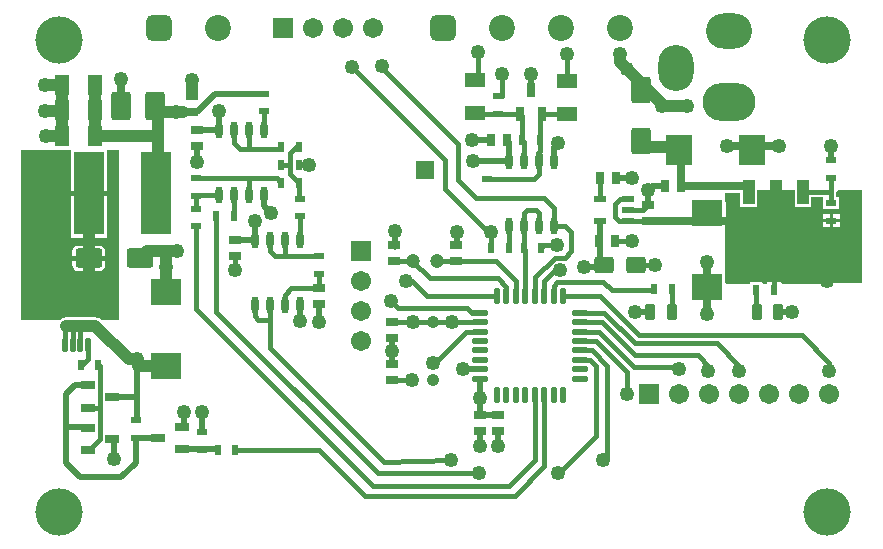
<source format=gtl>
G04*
G04 #@! TF.GenerationSoftware,Altium Limited,Altium Designer,18.1.1 (9)*
G04*
G04 Layer_Physical_Order=1*
G04 Layer_Color=255*
%FSLAX42Y42*%
%MOMM*%
G71*
G01*
G75*
%ADD12C,0.25*%
%ADD15O,0.55X1.40*%
%ADD16O,1.40X0.55*%
%ADD17R,3.25X2.15*%
%ADD18R,1.00X2.15*%
%ADD19R,1.00X0.60*%
%ADD20R,1.20X0.70*%
G04:AMPARAMS|DCode=21|XSize=1.22mm|YSize=0.45mm|CornerRadius=0.11mm|HoleSize=0mm|Usage=FLASHONLY|Rotation=270.000|XOffset=0mm|YOffset=0mm|HoleType=Round|Shape=RoundedRectangle|*
%AMROUNDEDRECTD21*
21,1,1.22,0.23,0,0,270.0*
21,1,1.00,0.45,0,0,270.0*
1,1,0.22,-0.11,-0.50*
1,1,0.22,-0.11,0.50*
1,1,0.22,0.11,0.50*
1,1,0.22,0.11,-0.50*
%
%ADD21ROUNDEDRECTD21*%
%ADD22O,0.60X1.45*%
%ADD23R,1.75X1.25*%
%ADD24R,0.95X0.60*%
%ADD25R,0.60X0.95*%
G04:AMPARAMS|DCode=26|XSize=0.86mm|YSize=1.35mm|CornerRadius=0.22mm|HoleSize=0mm|Usage=FLASHONLY|Rotation=0.000|XOffset=0mm|YOffset=0mm|HoleType=Round|Shape=RoundedRectangle|*
%AMROUNDEDRECTD26*
21,1,0.86,0.91,0,0,0.0*
21,1,0.42,1.35,0,0,0.0*
1,1,0.44,0.21,-0.46*
1,1,0.44,-0.21,-0.46*
1,1,0.44,-0.21,0.46*
1,1,0.44,0.21,0.46*
%
%ADD26ROUNDEDRECTD26*%
G04:AMPARAMS|DCode=27|XSize=2.27mm|YSize=1.65mm|CornerRadius=0.25mm|HoleSize=0mm|Usage=FLASHONLY|Rotation=180.000|XOffset=0mm|YOffset=0mm|HoleType=Round|Shape=RoundedRectangle|*
%AMROUNDEDRECTD27*
21,1,2.27,1.16,0,0,180.0*
21,1,1.78,1.65,0,0,180.0*
1,1,0.50,-0.89,0.58*
1,1,0.50,0.89,0.58*
1,1,0.50,0.89,-0.58*
1,1,0.50,-0.89,-0.58*
%
%ADD27ROUNDEDRECTD27*%
G04:AMPARAMS|DCode=28|XSize=2.27mm|YSize=1.65mm|CornerRadius=0.25mm|HoleSize=0mm|Usage=FLASHONLY|Rotation=270.000|XOffset=0mm|YOffset=0mm|HoleType=Round|Shape=RoundedRectangle|*
%AMROUNDEDRECTD28*
21,1,2.27,1.16,0,0,270.0*
21,1,1.78,1.65,0,0,270.0*
1,1,0.50,-0.58,-0.89*
1,1,0.50,-0.58,0.89*
1,1,0.50,0.58,0.89*
1,1,0.50,0.58,-0.89*
%
%ADD28ROUNDEDRECTD28*%
%ADD29R,1.30X1.80*%
%ADD30R,1.00X0.80*%
%ADD31R,0.80X1.00*%
%ADD32R,2.60X7.00*%
G04:AMPARAMS|DCode=33|XSize=2.26mm|YSize=2.62mm|CornerRadius=0.25mm|HoleSize=0mm|Usage=FLASHONLY|Rotation=0.000|XOffset=0mm|YOffset=0mm|HoleType=Round|Shape=RoundedRectangle|*
%AMROUNDEDRECTD33*
21,1,2.26,2.12,0,0,0.0*
21,1,1.76,2.62,0,0,0.0*
1,1,0.50,0.88,-1.06*
1,1,0.50,-0.88,-1.06*
1,1,0.50,-0.88,1.06*
1,1,0.50,0.88,1.06*
%
%ADD33ROUNDEDRECTD33*%
%ADD34R,0.70X1.20*%
G04:AMPARAMS|DCode=35|XSize=2.26mm|YSize=2.62mm|CornerRadius=0.25mm|HoleSize=0mm|Usage=FLASHONLY|Rotation=90.000|XOffset=0mm|YOffset=0mm|HoleType=Round|Shape=RoundedRectangle|*
%AMROUNDEDRECTD35*
21,1,2.26,2.12,0,0,90.0*
21,1,1.76,2.62,0,0,90.0*
1,1,0.50,1.06,0.88*
1,1,0.50,1.06,-0.88*
1,1,0.50,-1.06,-0.88*
1,1,0.50,-1.06,0.88*
%
%ADD35ROUNDEDRECTD35*%
G04:AMPARAMS|DCode=36|XSize=1.66mm|YSize=1.42mm|CornerRadius=0.25mm|HoleSize=0mm|Usage=FLASHONLY|Rotation=0.000|XOffset=0mm|YOffset=0mm|HoleType=Round|Shape=RoundedRectangle|*
%AMROUNDEDRECTD36*
21,1,1.66,0.92,0,0,0.0*
21,1,1.16,1.42,0,0,0.0*
1,1,0.50,0.58,-0.46*
1,1,0.50,-0.58,-0.46*
1,1,0.50,-0.58,0.46*
1,1,0.50,0.58,0.46*
%
%ADD36ROUNDEDRECTD36*%
%ADD37R,1.50X1.50*%
G04:AMPARAMS|DCode=38|XSize=1.66mm|YSize=2.42mm|CornerRadius=0.25mm|HoleSize=0mm|Usage=FLASHONLY|Rotation=0.000|XOffset=0mm|YOffset=0mm|HoleType=Round|Shape=RoundedRectangle|*
%AMROUNDEDRECTD38*
21,1,1.66,1.92,0,0,0.0*
21,1,1.16,2.42,0,0,0.0*
1,1,0.50,0.58,-0.96*
1,1,0.50,-0.58,-0.96*
1,1,0.50,-0.58,0.96*
1,1,0.50,0.58,0.96*
%
%ADD38ROUNDEDRECTD38*%
G04:AMPARAMS|DCode=39|XSize=1.66mm|YSize=2.4mm|CornerRadius=0.25mm|HoleSize=0mm|Usage=FLASHONLY|Rotation=180.000|XOffset=0mm|YOffset=0mm|HoleType=Round|Shape=RoundedRectangle|*
%AMROUNDEDRECTD39*
21,1,1.66,1.90,0,0,180.0*
21,1,1.16,2.40,0,0,180.0*
1,1,0.50,-0.58,0.95*
1,1,0.50,0.58,0.95*
1,1,0.50,0.58,-0.95*
1,1,0.50,-0.58,-0.95*
%
%ADD39ROUNDEDRECTD39*%
%ADD77C,0.40*%
%ADD78C,0.50*%
%ADD79C,1.00*%
%ADD80C,0.70*%
%ADD81C,1.06*%
%ADD82R,1.71X1.71*%
%ADD83C,1.71*%
%ADD84R,1.71X1.71*%
%ADD85O,3.90X3.00*%
%ADD86O,3.00X3.90*%
%ADD87O,4.50X3.20*%
%ADD88C,1.20*%
G04:AMPARAMS|DCode=89|XSize=2.2mm|YSize=2.2mm|CornerRadius=0.55mm|HoleSize=0mm|Usage=FLASHONLY|Rotation=0.000|XOffset=0mm|YOffset=0mm|HoleType=Round|Shape=RoundedRectangle|*
%AMROUNDEDRECTD89*
21,1,2.20,1.10,0,0,0.0*
21,1,1.10,2.20,0,0,0.0*
1,1,1.10,0.55,-0.55*
1,1,1.10,-0.55,-0.55*
1,1,1.10,-0.55,0.55*
1,1,1.10,0.55,0.55*
%
%ADD89ROUNDEDRECTD89*%
%ADD90C,2.20*%
%ADD91C,4.00*%
%ADD92C,1.25*%
G36*
X1010Y2130D02*
X860D01*
X845Y2141D01*
X828Y2148D01*
X810Y2151D01*
X560D01*
X542Y2148D01*
X525Y2141D01*
X510Y2130D01*
X180D01*
Y3570D01*
X603D01*
Y3220D01*
X912D01*
Y3570D01*
X1010D01*
Y2130D01*
D02*
G37*
G36*
X6730Y3229D02*
Y3085D01*
X6870D01*
Y3172D01*
X6948D01*
X6972Y3170D01*
Y3070D01*
X7107D01*
Y3170D01*
X7081D01*
Y3204D01*
X7096Y3229D01*
X7300D01*
Y2443D01*
X6628Y2435D01*
X6610Y2453D01*
Y2453D01*
X6500D01*
Y2434D01*
X6469Y2434D01*
X6455Y2448D01*
Y2448D01*
X6355D01*
Y2432D01*
X6160Y2430D01*
X6142Y2448D01*
Y2496D01*
X6140Y2505D01*
X6140Y2920D01*
X6143Y2925D01*
X6147Y2944D01*
Y3121D01*
X6143Y3140D01*
X6140Y3145D01*
Y3204D01*
X6270D01*
Y3085D01*
X6410D01*
Y3229D01*
X6730Y3229D01*
D02*
G37*
%LPC*%
G36*
X912Y3180D02*
X778D01*
Y2825D01*
X912D01*
Y3180D01*
D02*
G37*
G36*
X738D02*
X603D01*
Y2825D01*
X738D01*
Y3180D01*
D02*
G37*
G36*
X842Y2758D02*
X774D01*
Y2670D01*
X893D01*
Y2708D01*
X889Y2727D01*
X878Y2744D01*
X862Y2755D01*
X842Y2758D01*
D02*
G37*
G36*
X734D02*
X665D01*
X645Y2755D01*
X629Y2744D01*
X618Y2727D01*
X614Y2708D01*
Y2670D01*
X734D01*
Y2758D01*
D02*
G37*
G36*
X893Y2630D02*
X774D01*
Y2542D01*
X842D01*
X862Y2545D01*
X878Y2556D01*
X889Y2573D01*
X893Y2592D01*
Y2630D01*
D02*
G37*
G36*
X734D02*
X614D01*
Y2592D01*
X618Y2573D01*
X629Y2556D01*
X645Y2545D01*
X665Y2542D01*
X734D01*
Y2630D01*
D02*
G37*
G36*
X7113Y3025D02*
X7053D01*
Y2983D01*
X7113D01*
Y3025D01*
D02*
G37*
G36*
X7027D02*
X6967D01*
Y2983D01*
X7027D01*
Y3025D01*
D02*
G37*
G36*
X7113Y2957D02*
X7053D01*
Y2915D01*
X7113D01*
Y2957D01*
D02*
G37*
G36*
X7027D02*
X6967D01*
Y2915D01*
X7027D01*
Y2957D01*
D02*
G37*
%LPD*%
D12*
X845Y1385D02*
X850Y1390D01*
X835Y1750D02*
X850Y1735D01*
X748Y1025D02*
X755D01*
X1160Y1730D02*
X1170Y1740D01*
X7038Y3212D02*
X7040Y3210D01*
X5747Y3600D02*
X5767Y3580D01*
X6292Y3260D02*
X6340Y3212D01*
X685Y1750D02*
X700D01*
X660Y2110D02*
X682Y2088D01*
X618Y2067D02*
X660Y2110D01*
X553Y2073D02*
X560Y2080D01*
X2540Y3005D02*
X2541Y3005D01*
D15*
X4210Y2330D02*
D03*
X4290D02*
D03*
X4370D02*
D03*
X4450D02*
D03*
X4530D02*
D03*
X4610D02*
D03*
X4690D02*
D03*
X4770D02*
D03*
Y1490D02*
D03*
X4690D02*
D03*
X4610D02*
D03*
X4530D02*
D03*
X4450D02*
D03*
X4370D02*
D03*
X4290D02*
D03*
X4210D02*
D03*
D16*
X4910Y2190D02*
D03*
Y2110D02*
D03*
Y2030D02*
D03*
Y1950D02*
D03*
Y1870D02*
D03*
Y1790D02*
D03*
Y1710D02*
D03*
Y1630D02*
D03*
X4070D02*
D03*
Y1710D02*
D03*
Y1790D02*
D03*
Y1870D02*
D03*
Y1950D02*
D03*
Y2030D02*
D03*
Y2110D02*
D03*
Y2190D02*
D03*
D17*
X6570Y2627D02*
D03*
D18*
X6340Y3212D02*
D03*
X6570D02*
D03*
X6800D02*
D03*
D19*
X5320Y2965D02*
D03*
Y3060D02*
D03*
Y3155D02*
D03*
X5080D02*
D03*
Y2965D02*
D03*
D20*
X748Y1215D02*
D03*
Y1025D02*
D03*
X952Y1120D02*
D03*
X748Y1575D02*
D03*
Y1385D02*
D03*
X952Y1480D02*
D03*
X1542Y1035D02*
D03*
Y1225D02*
D03*
X1338Y1130D02*
D03*
D21*
X553Y1918D02*
D03*
X618D02*
D03*
X682D02*
D03*
X747D02*
D03*
Y2342D02*
D03*
X682D02*
D03*
X618D02*
D03*
X553D02*
D03*
D22*
X1859Y3188D02*
D03*
X1986D02*
D03*
X2114D02*
D03*
X2241D02*
D03*
X1859Y3733D02*
D03*
X1986D02*
D03*
X2114D02*
D03*
X2241D02*
D03*
X2159Y2258D02*
D03*
X2286D02*
D03*
X2414D02*
D03*
X2541D02*
D03*
X2159Y2802D02*
D03*
X2286D02*
D03*
X2414D02*
D03*
X2541D02*
D03*
X4310Y2927D02*
D03*
X4437D02*
D03*
X4563D02*
D03*
X4690D02*
D03*
X4310Y3472D02*
D03*
X4437D02*
D03*
X4563D02*
D03*
X4690D02*
D03*
D23*
X4800Y4155D02*
D03*
Y3875D02*
D03*
X4020Y4160D02*
D03*
Y3880D02*
D03*
D24*
X2240Y4045D02*
D03*
Y3895D02*
D03*
X2540Y3005D02*
D03*
Y3155D02*
D03*
X2700Y2520D02*
D03*
Y2670D02*
D03*
X1150Y1280D02*
D03*
Y1130D02*
D03*
X1710Y1180D02*
D03*
Y1030D02*
D03*
X1660Y3180D02*
D03*
Y3330D02*
D03*
Y2920D02*
D03*
Y3070D02*
D03*
X7040Y2970D02*
D03*
Y3120D02*
D03*
Y3330D02*
D03*
Y3480D02*
D03*
X4125Y3475D02*
D03*
Y3325D02*
D03*
X4220Y4025D02*
D03*
Y3875D02*
D03*
D25*
X2530Y3590D02*
D03*
X2380D02*
D03*
X2535Y3440D02*
D03*
X2385D02*
D03*
X835Y1750D02*
D03*
X685D02*
D03*
X1980Y3010D02*
D03*
X1830D02*
D03*
X2385Y3290D02*
D03*
X2535D02*
D03*
X1995Y1030D02*
D03*
X1845D02*
D03*
X5690Y2390D02*
D03*
X5540D02*
D03*
X6405Y2380D02*
D03*
X6555D02*
D03*
X4310Y2740D02*
D03*
X4160D02*
D03*
X4435D02*
D03*
X4585D02*
D03*
X4575Y3650D02*
D03*
X4425D02*
D03*
D26*
X5694Y2200D02*
D03*
X5506D02*
D03*
X6407D02*
D03*
X6593D02*
D03*
D27*
X753Y2650D02*
D03*
X1186D02*
D03*
D28*
X5430Y3644D02*
D03*
Y4076D02*
D03*
D29*
X530Y3690D02*
D03*
X810D02*
D03*
X530Y3910D02*
D03*
X810D02*
D03*
X530Y4120D02*
D03*
X810D02*
D03*
D30*
X1670Y3735D02*
D03*
Y3600D02*
D03*
X1630Y4028D02*
D03*
Y3892D02*
D03*
X1990Y2805D02*
D03*
Y2670D02*
D03*
X2700Y2260D02*
D03*
Y2395D02*
D03*
X5490Y3100D02*
D03*
Y2965D02*
D03*
X4070Y1190D02*
D03*
Y1325D02*
D03*
X4220Y1190D02*
D03*
Y1325D02*
D03*
X3320Y1620D02*
D03*
Y1755D02*
D03*
Y2108D02*
D03*
Y1973D02*
D03*
X3860Y2630D02*
D03*
Y2765D02*
D03*
X3340Y2630D02*
D03*
Y2765D02*
D03*
D31*
X5215Y3330D02*
D03*
X5080D02*
D03*
X5210Y2800D02*
D03*
X5075D02*
D03*
X4297Y3650D02*
D03*
X4162D02*
D03*
X5633Y3260D02*
D03*
X5767D02*
D03*
D32*
X757Y3200D02*
D03*
X1320D02*
D03*
D33*
X6372Y3570D02*
D03*
X5747D02*
D03*
D34*
X4500Y4075D02*
D03*
X4405Y3872D02*
D03*
X4595D02*
D03*
D35*
X5990Y3033D02*
D03*
Y2408D02*
D03*
X1410Y2365D02*
D03*
Y1740D02*
D03*
D36*
X5383Y2590D02*
D03*
X5117D02*
D03*
D37*
X3600Y3400D02*
D03*
D38*
X1318Y3940D02*
D03*
D39*
X1023D02*
D03*
D77*
X850Y1390D02*
Y1735D01*
Y1120D02*
Y1390D01*
X748Y1385D02*
X845D01*
X755Y1025D02*
X850Y1120D01*
X7040Y3210D02*
Y3330D01*
Y3120D02*
Y3210D01*
X6800Y3212D02*
X7038D01*
X6790Y2000D02*
X7024Y1766D01*
X5410Y2000D02*
X6790D01*
X5080Y2330D02*
X5410Y2000D01*
X747Y1798D02*
Y1918D01*
X700Y1750D02*
X747Y1798D01*
X682Y1918D02*
Y2088D01*
X618Y1918D02*
Y2067D01*
X553Y1918D02*
Y2073D01*
X747Y2460D02*
Y2483D01*
X745Y2458D02*
X747Y2460D01*
X682Y2342D02*
Y2458D01*
X618Y2342D02*
Y2458D01*
X747Y2342D02*
Y2460D01*
X682Y2458D02*
X745D01*
X618D02*
X682D01*
X553D02*
X618D01*
X553Y2342D02*
Y2458D01*
X685Y1750D02*
X688Y1752D01*
X2286Y2130D02*
Y2258D01*
Y1893D02*
Y2130D01*
X2190D02*
X2286D01*
X2159Y2160D02*
X2190Y2130D01*
X7024Y1700D02*
Y1766D01*
X6070Y1930D02*
X6262Y1738D01*
Y1700D02*
Y1738D01*
X3320Y2108D02*
X4067D01*
X3670Y1750D02*
X3950Y2030D01*
X4000Y2190D02*
X4070D01*
X3960Y2230D02*
X4000Y2190D01*
X3370Y2230D02*
X3960D01*
X5310Y1500D02*
Y1690D01*
X5050Y1950D02*
X5310Y1690D01*
X4910Y1950D02*
X5050D01*
X4910Y1870D02*
X5010D01*
X4910Y1790D02*
X5000D01*
X5370Y1730D02*
X5754D01*
X5910Y1830D02*
X6008Y1732D01*
X5380Y1830D02*
X5910D01*
X5380Y1930D02*
X6070D01*
X5010Y1870D02*
X5140Y1740D01*
Y970D02*
Y1740D01*
X5110Y940D02*
X5140Y970D01*
X3200Y830D02*
X4060D01*
X1830Y2200D02*
X3200Y830D01*
X1830Y2200D02*
Y3010D01*
X3160Y720D02*
X4310D01*
X1660Y2220D02*
X3160Y720D01*
X1660Y2220D02*
Y2920D01*
X3234Y4266D02*
Y4274D01*
Y4266D02*
X3880Y3620D01*
X4160Y2850D02*
X4170Y2860D01*
X3770Y3240D02*
X4150Y2860D01*
X4160Y2850D01*
X2984Y4270D02*
X3770Y3484D01*
Y3240D02*
Y3484D01*
X3440Y2458D02*
X3490D01*
X3310Y2290D02*
X3370Y2230D01*
X3618Y2330D02*
X4210D01*
X3490Y2458D02*
X3618Y2330D01*
X4800Y4155D02*
Y4380D01*
X4787Y2657D02*
X4840Y2710D01*
X4697Y2657D02*
X4787D01*
X4530Y2490D02*
X4697Y2657D01*
X4840Y2710D02*
Y2870D01*
X5180Y2380D02*
X5540D01*
X4785Y2450D02*
X5110D01*
X4782Y2448D02*
X4785Y2450D01*
X4717Y2448D02*
X4782D01*
X4690Y2420D02*
X4717Y2448D01*
X4605Y2760D02*
X4720D01*
X4585Y2740D02*
X4605Y2760D01*
X5110Y2450D02*
X5180Y2380D01*
X5120Y2190D02*
X5380Y1930D01*
X4910Y2190D02*
X5120D01*
X4770Y2330D02*
X5080D01*
X3490Y2630D02*
X3640Y2480D01*
X3340Y2630D02*
X3490D01*
X4030Y3160D02*
X4610D01*
X3880Y3310D02*
X4030Y3160D01*
X3880Y3310D02*
Y3620D01*
Y3620D01*
X4160Y2740D02*
Y2850D01*
Y2870D01*
X4700Y2550D02*
X4740D01*
X4610Y2460D02*
X4700Y2550D01*
X4610Y2330D02*
Y2460D01*
X4435Y2740D02*
X4450Y2725D01*
Y2330D02*
Y2725D01*
X3860Y2630D02*
X4200D01*
X3700D02*
X3860D01*
X4370Y2330D02*
Y2460D01*
X4200Y2630D02*
X4370Y2460D01*
X2541Y2802D02*
Y3005D01*
X2345Y3330D02*
X2385Y3290D01*
X1660Y3330D02*
X2345D01*
X3870Y2875D02*
X3885Y2890D01*
X3870Y2905D02*
X3885Y2890D01*
X3350Y2895D02*
X3365Y2880D01*
X3350D02*
X3365D01*
X3090Y640D02*
X4360D01*
X2241Y3733D02*
Y3895D01*
X1670Y3735D02*
X1673Y3733D01*
X5372Y2590D02*
X5550D01*
X5210Y2800D02*
X5350D01*
X2120Y3580D02*
X2380D01*
X2030D02*
X2120D01*
X2114Y3587D02*
X2120Y3580D01*
X2114Y3587D02*
Y3733D01*
X1995Y1030D02*
X2700D01*
X3090Y640D01*
X1340Y4590D02*
X1350Y4600D01*
X755Y3198D02*
X757Y3200D01*
X1840Y1035D02*
X1845Y1030D01*
X730Y1575D02*
X735D01*
X4360Y640D02*
X4610Y890D01*
Y1490D01*
X4310Y720D02*
X4530Y940D01*
X1990Y2550D02*
Y2670D01*
X3250Y930D02*
X3820Y940D01*
X2286Y1893D02*
X3250Y930D01*
X4530Y940D02*
Y1490D01*
X4740Y840D02*
X5050Y1150D01*
X1980Y3181D02*
X1986Y3188D01*
X1980Y3010D02*
Y3181D01*
X2159Y2160D02*
Y2258D01*
X2465Y2395D02*
X2700D01*
X2414Y2343D02*
X2465Y2395D01*
X2414Y2258D02*
Y2343D01*
X2700Y2395D02*
Y2520D01*
X2410Y2670D02*
X2700D01*
X2330D02*
X2410D01*
X2414Y2674D01*
Y2802D01*
X2286Y2714D02*
X2330Y2670D01*
X2286Y2714D02*
Y2802D01*
X2159Y2969D02*
X2160Y2970D01*
X1990Y2805D02*
X1992Y2802D01*
X1660Y3070D02*
Y3180D01*
X1667Y3188D01*
X1859D01*
X2114D02*
Y3310D01*
X2460Y3440D02*
Y3540D01*
Y3365D02*
Y3440D01*
X2385D02*
X2460D01*
X2535Y3160D02*
X2540Y3155D01*
X2535Y3160D02*
Y3290D01*
X2460Y3365D02*
X2535Y3290D01*
X2460Y3540D02*
X2510Y3590D01*
X2530D01*
X1986Y3624D02*
X2030Y3580D01*
X1986Y3624D02*
Y3733D01*
X4610Y3160D02*
X4690Y3080D01*
Y2927D02*
Y3080D01*
X4783Y2927D02*
X4840Y2870D01*
X4690Y2927D02*
X4783D01*
X4530Y2330D02*
Y2490D01*
X3060Y2204D02*
X3074Y2190D01*
X6555Y2380D02*
Y3212D01*
X6405Y2201D02*
X6407Y2200D01*
X6405Y2201D02*
Y2380D01*
X5690Y2203D02*
X5694Y2200D01*
X5690Y2203D02*
Y2390D01*
X5070Y2030D02*
X5370Y1730D01*
X5100Y2110D02*
X5380Y1830D01*
X5050Y1150D02*
Y1740D01*
X5000Y1790D02*
X5050Y1740D01*
X4690Y2330D02*
Y2420D01*
X4910Y2110D02*
X5100D01*
X4910Y2030D02*
X5070D01*
X3320Y1620D02*
X3490D01*
X3950Y2030D02*
X4070D01*
X4067Y2108D02*
X4070Y2110D01*
X4290Y2330D02*
Y2410D01*
X4220Y2480D02*
X4290Y2410D01*
X3640Y2480D02*
X4220D01*
X4563Y2927D02*
Y3036D01*
X4540Y3060D02*
X4563Y3036D01*
X4460Y3060D02*
X4540D01*
X4437Y3036D02*
X4460Y3060D01*
X4437Y2927D02*
Y3036D01*
X4435Y2926D02*
X4437Y2927D01*
X4435Y2740D02*
Y2926D01*
X4310Y2927D02*
X4310Y2927D01*
Y2740D02*
Y2927D01*
X5080Y3155D02*
Y3330D01*
X5450Y3060D02*
X5490Y3100D01*
X5320Y3060D02*
X5450D01*
X5320Y2965D02*
X5490D01*
X5245D02*
X5320D01*
X5210Y3000D02*
X5245Y2965D01*
X5210Y3000D02*
Y3110D01*
X5255Y3155D01*
X5320D01*
X4050Y4155D02*
Y4400D01*
X4250Y4025D02*
Y4210D01*
X4797Y3872D02*
X4800Y3875D01*
X4595Y3872D02*
X4797D01*
X4053D02*
X4405D01*
X4050Y3875D02*
X4053Y3872D01*
X4575Y3555D02*
Y3650D01*
X4560Y3540D02*
X4575Y3555D01*
Y3484D02*
Y3526D01*
X4560Y3540D02*
X4575Y3526D01*
X4563Y3472D02*
X4575Y3484D01*
Y3650D02*
Y3852D01*
X4595Y3872D01*
X4425Y3650D02*
X4437Y3638D01*
Y3472D02*
Y3638D01*
X4405Y3872D02*
X4425Y3852D01*
Y3650D02*
Y3852D01*
X4125Y3325D02*
X4525D01*
X4563Y3363D01*
Y3472D01*
D78*
X1030Y800D02*
X1150Y920D01*
X680Y800D02*
X1030D01*
X1150Y920D02*
Y1130D01*
X1160Y1730D02*
Y1800D01*
Y1290D02*
Y1480D01*
Y1730D01*
X5990Y2170D02*
Y2180D01*
X7040Y3480D02*
Y3580D01*
X5490Y3230D02*
X5520Y3260D01*
X5633D01*
X2700Y2110D02*
Y2260D01*
X5080Y2638D02*
Y2965D01*
X970Y1480D02*
X1160D01*
X1150Y1280D02*
X1160Y1290D01*
X1550Y3890D02*
X1673Y3892D01*
X1825Y4045D02*
X2240D01*
X1673Y3892D02*
X1825Y4045D01*
X3920Y1710D02*
X4070D01*
X2535Y3440D02*
X2620D01*
X4690Y3590D02*
X4730Y3630D01*
X4690Y3472D02*
Y3590D01*
X2241Y3090D02*
X2300Y3030D01*
X2241Y3090D02*
Y3188D01*
X2541Y2120D02*
Y2258D01*
X3870Y2760D02*
Y2905D01*
X3350Y2750D02*
Y2895D01*
X4070Y1060D02*
Y1190D01*
X4220Y1060D02*
Y1190D01*
X1859Y3733D02*
Y3899D01*
X1670Y3470D02*
Y3600D01*
X1673Y3733D02*
X1859D01*
X970Y950D02*
Y1120D01*
X1710Y1180D02*
Y1350D01*
X1560Y1225D02*
Y1350D01*
X5215Y3330D02*
X5350D01*
X5490Y3100D02*
Y3230D01*
X4070Y1470D02*
Y1630D01*
Y1325D02*
Y1470D01*
X1560Y1035D02*
X1840D01*
X1150Y1130D02*
X1320D01*
X560Y920D02*
X680Y800D01*
X560Y920D02*
Y1220D01*
Y1500D01*
Y1220D02*
X730D01*
X560Y1500D02*
X635Y1575D01*
X730D01*
X2159Y2802D02*
Y2969D01*
X1992Y2802D02*
X2159D01*
X3320Y1755D02*
Y1973D01*
X4000Y3650D02*
X4162D01*
X4005Y3475D02*
X4125D01*
X5117Y2580D02*
X5128Y2590D01*
X4950Y2580D02*
X5117D01*
X6593Y2200D02*
X6710D01*
X5380D02*
X5506D01*
X4070Y1325D02*
X4220D01*
X5075Y2960D02*
X5080Y2965D01*
X4125Y3475D02*
X4128Y3472D01*
X4310D01*
X4297Y3650D02*
X4310Y3638D01*
Y3472D02*
Y3638D01*
X5080Y2638D02*
X5128Y2590D01*
X4500Y4075D02*
Y4210D01*
D79*
X5610Y3940D02*
X5620D01*
X5610D02*
X5820D01*
X5250Y4310D02*
X5620Y3940D01*
X1247Y2710D02*
X1500D01*
X1186Y2650D02*
X1247Y2710D01*
X1410Y2365D02*
Y2650D01*
X1090Y1800D02*
X1160D01*
X810Y2080D02*
X1090Y1800D01*
X1170Y1740D02*
X1410D01*
X560Y2080D02*
X810D01*
X755Y2548D02*
Y3198D01*
X390Y3690D02*
X530D01*
X380Y3900D02*
X520D01*
X530Y3910D01*
X400Y4120D02*
X530D01*
Y3910D02*
Y4120D01*
Y3690D02*
Y3910D01*
X1340Y3690D02*
Y3892D01*
Y3480D02*
Y3690D01*
X810D02*
X1340D01*
X810Y3910D02*
Y4120D01*
Y3690D02*
Y3910D01*
X1491Y3892D02*
X1550Y3890D01*
X1340Y3892D02*
X1491D01*
X1630Y4060D02*
Y4150D01*
X5483Y3590D02*
X5745D01*
X5430Y3644D02*
X5483Y3590D01*
X5250Y4310D02*
Y4380D01*
D80*
X1470Y2710D02*
X1500D01*
X1410Y2650D02*
X1470Y2710D01*
X6372Y3600D02*
X6580D01*
X6170D02*
X6372D01*
X5990Y2180D02*
Y2408D01*
Y2610D01*
X5767Y3260D02*
Y3580D01*
Y3260D02*
X6292D01*
X747Y2483D02*
Y2540D01*
X1023Y3940D02*
Y4172D01*
X5490Y2965D02*
X6880D01*
D81*
X3670Y2108D02*
D03*
Y1620D02*
D03*
D82*
X5500Y1500D02*
D03*
X2400Y4600D02*
D03*
D83*
X5754Y1500D02*
D03*
X6008D02*
D03*
X6262D02*
D03*
X6516D02*
D03*
X6770D02*
D03*
X7024D02*
D03*
X3162Y4600D02*
D03*
X2908D02*
D03*
X2654D02*
D03*
X3060Y1950D02*
D03*
Y2204D02*
D03*
Y2458D02*
D03*
D84*
Y2712D02*
D03*
D85*
X6175Y4575D02*
D03*
D86*
X5725Y4260D02*
D03*
D87*
X6175Y3970D02*
D03*
D88*
X3700Y2630D02*
D03*
X3500D02*
D03*
D89*
X3750Y4600D02*
D03*
X1350D02*
D03*
D90*
X5250D02*
D03*
X4750D02*
D03*
X4250D02*
D03*
X1850D02*
D03*
D91*
X7000Y500D02*
D03*
X500D02*
D03*
X7000Y4500D02*
D03*
X500D02*
D03*
D92*
X5610Y3940D02*
D03*
X7000Y2460D02*
D03*
X1410Y2580D02*
D03*
X1500Y2710D02*
D03*
X1160Y1800D02*
D03*
X6600Y3600D02*
D03*
X6160D02*
D03*
X5990Y2620D02*
D03*
Y2180D02*
D03*
X7040Y3600D02*
D03*
X7000Y2630D02*
D03*
X1023Y4172D02*
D03*
X5310Y4250D02*
D03*
X2700Y2110D02*
D03*
X390Y3690D02*
D03*
X380Y3900D02*
D03*
Y4120D02*
D03*
X7024Y1700D02*
D03*
X6262D02*
D03*
X5754Y1710D02*
D03*
X6000Y1700D02*
D03*
X3600Y3380D02*
D03*
X3500Y2110D02*
D03*
X3490Y1620D02*
D03*
X3670Y1760D02*
D03*
X3830Y2110D02*
D03*
X5310Y1500D02*
D03*
X1491Y3892D02*
D03*
X3240Y4280D02*
D03*
X2984Y4270D02*
D03*
X3310Y2290D02*
D03*
X3440Y2460D02*
D03*
X5250Y4380D02*
D03*
X4800D02*
D03*
X4050Y4400D02*
D03*
X5820Y3940D02*
D03*
X4720Y2760D02*
D03*
X3920Y1710D02*
D03*
X2620Y3440D02*
D03*
X4730Y3630D02*
D03*
X2300Y3030D02*
D03*
X2541Y2120D02*
D03*
X3870Y2870D02*
D03*
X3350Y2880D02*
D03*
X1630Y4160D02*
D03*
X4070Y1060D02*
D03*
X4220D02*
D03*
X4730Y830D02*
D03*
X4060D02*
D03*
X1859Y3899D02*
D03*
X1670Y3470D02*
D03*
X970Y950D02*
D03*
X1710Y1350D02*
D03*
X1560D02*
D03*
X5550Y2590D02*
D03*
X5350Y2800D02*
D03*
Y3330D02*
D03*
X5490Y3230D02*
D03*
X1990Y2550D02*
D03*
X5110Y940D02*
D03*
X3820D02*
D03*
X2159Y2969D02*
D03*
X3320Y1864D02*
D03*
X4000Y3650D02*
D03*
X4005Y3475D02*
D03*
X4160Y2870D02*
D03*
X4740Y2550D02*
D03*
X6710Y2200D02*
D03*
X5380D02*
D03*
X4070Y1470D02*
D03*
X4950Y2580D02*
D03*
X4250Y4210D02*
D03*
X4500D02*
D03*
M02*

</source>
